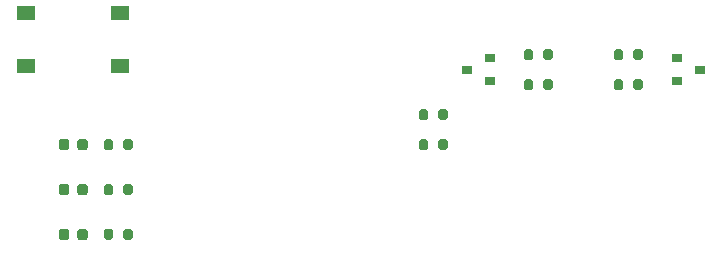
<source format=gbr>
%TF.GenerationSoftware,KiCad,Pcbnew,(5.1.10)-1*%
%TF.CreationDate,2021-10-27T21:18:10-05:00*%
%TF.ProjectId,KVLShield,4b564c53-6869-4656-9c64-2e6b69636164,1.0*%
%TF.SameCoordinates,Original*%
%TF.FileFunction,Paste,Top*%
%TF.FilePolarity,Positive*%
%FSLAX46Y46*%
G04 Gerber Fmt 4.6, Leading zero omitted, Abs format (unit mm)*
G04 Created by KiCad (PCBNEW (5.1.10)-1) date 2021-10-27 21:18:10*
%MOMM*%
%LPD*%
G01*
G04 APERTURE LIST*
%ADD10R,1.550000X1.300000*%
%ADD11R,0.900000X0.800000*%
G04 APERTURE END LIST*
D10*
%TO.C,SW1*%
X121323000Y-80355000D03*
X113373000Y-80355000D03*
X121323000Y-75855000D03*
X113373000Y-75855000D03*
%TD*%
%TO.C,R9*%
G36*
G01*
X120733000Y-94300000D02*
X120733000Y-94850000D01*
G75*
G02*
X120533000Y-95050000I-200000J0D01*
G01*
X120133000Y-95050000D01*
G75*
G02*
X119933000Y-94850000I0J200000D01*
G01*
X119933000Y-94300000D01*
G75*
G02*
X120133000Y-94100000I200000J0D01*
G01*
X120533000Y-94100000D01*
G75*
G02*
X120733000Y-94300000I0J-200000D01*
G01*
G37*
G36*
G01*
X122383000Y-94300000D02*
X122383000Y-94850000D01*
G75*
G02*
X122183000Y-95050000I-200000J0D01*
G01*
X121783000Y-95050000D01*
G75*
G02*
X121583000Y-94850000I0J200000D01*
G01*
X121583000Y-94300000D01*
G75*
G02*
X121783000Y-94100000I200000J0D01*
G01*
X122183000Y-94100000D01*
G75*
G02*
X122383000Y-94300000I0J-200000D01*
G01*
G37*
%TD*%
%TO.C,D5*%
G36*
G01*
X117698000Y-94871250D02*
X117698000Y-94358750D01*
G75*
G02*
X117916750Y-94140000I218750J0D01*
G01*
X118354250Y-94140000D01*
G75*
G02*
X118573000Y-94358750I0J-218750D01*
G01*
X118573000Y-94871250D01*
G75*
G02*
X118354250Y-95090000I-218750J0D01*
G01*
X117916750Y-95090000D01*
G75*
G02*
X117698000Y-94871250I0J218750D01*
G01*
G37*
G36*
G01*
X116123000Y-94871250D02*
X116123000Y-94358750D01*
G75*
G02*
X116341750Y-94140000I218750J0D01*
G01*
X116779250Y-94140000D01*
G75*
G02*
X116998000Y-94358750I0J-218750D01*
G01*
X116998000Y-94871250D01*
G75*
G02*
X116779250Y-95090000I-218750J0D01*
G01*
X116341750Y-95090000D01*
G75*
G02*
X116123000Y-94871250I0J218750D01*
G01*
G37*
%TD*%
%TO.C,D4*%
G36*
G01*
X117698000Y-91061250D02*
X117698000Y-90548750D01*
G75*
G02*
X117916750Y-90330000I218750J0D01*
G01*
X118354250Y-90330000D01*
G75*
G02*
X118573000Y-90548750I0J-218750D01*
G01*
X118573000Y-91061250D01*
G75*
G02*
X118354250Y-91280000I-218750J0D01*
G01*
X117916750Y-91280000D01*
G75*
G02*
X117698000Y-91061250I0J218750D01*
G01*
G37*
G36*
G01*
X116123000Y-91061250D02*
X116123000Y-90548750D01*
G75*
G02*
X116341750Y-90330000I218750J0D01*
G01*
X116779250Y-90330000D01*
G75*
G02*
X116998000Y-90548750I0J-218750D01*
G01*
X116998000Y-91061250D01*
G75*
G02*
X116779250Y-91280000I-218750J0D01*
G01*
X116341750Y-91280000D01*
G75*
G02*
X116123000Y-91061250I0J218750D01*
G01*
G37*
%TD*%
%TO.C,D3*%
G36*
G01*
X117698000Y-87251250D02*
X117698000Y-86738750D01*
G75*
G02*
X117916750Y-86520000I218750J0D01*
G01*
X118354250Y-86520000D01*
G75*
G02*
X118573000Y-86738750I0J-218750D01*
G01*
X118573000Y-87251250D01*
G75*
G02*
X118354250Y-87470000I-218750J0D01*
G01*
X117916750Y-87470000D01*
G75*
G02*
X117698000Y-87251250I0J218750D01*
G01*
G37*
G36*
G01*
X116123000Y-87251250D02*
X116123000Y-86738750D01*
G75*
G02*
X116341750Y-86520000I218750J0D01*
G01*
X116779250Y-86520000D01*
G75*
G02*
X116998000Y-86738750I0J-218750D01*
G01*
X116998000Y-87251250D01*
G75*
G02*
X116779250Y-87470000I-218750J0D01*
G01*
X116341750Y-87470000D01*
G75*
G02*
X116123000Y-87251250I0J218750D01*
G01*
G37*
%TD*%
D11*
%TO.C,Q2*%
X170418000Y-80645000D03*
X168418000Y-81595000D03*
X168418000Y-79695000D03*
%TD*%
%TO.C,Q1*%
X150638000Y-80645000D03*
X152638000Y-79695000D03*
X152638000Y-81595000D03*
%TD*%
%TO.C,R8*%
G36*
G01*
X120733000Y-90530000D02*
X120733000Y-91080000D01*
G75*
G02*
X120533000Y-91280000I-200000J0D01*
G01*
X120133000Y-91280000D01*
G75*
G02*
X119933000Y-91080000I0J200000D01*
G01*
X119933000Y-90530000D01*
G75*
G02*
X120133000Y-90330000I200000J0D01*
G01*
X120533000Y-90330000D01*
G75*
G02*
X120733000Y-90530000I0J-200000D01*
G01*
G37*
G36*
G01*
X122383000Y-90530000D02*
X122383000Y-91080000D01*
G75*
G02*
X122183000Y-91280000I-200000J0D01*
G01*
X121783000Y-91280000D01*
G75*
G02*
X121583000Y-91080000I0J200000D01*
G01*
X121583000Y-90530000D01*
G75*
G02*
X121783000Y-90330000I200000J0D01*
G01*
X122183000Y-90330000D01*
G75*
G02*
X122383000Y-90530000I0J-200000D01*
G01*
G37*
%TD*%
%TO.C,R7*%
G36*
G01*
X120733000Y-86720000D02*
X120733000Y-87270000D01*
G75*
G02*
X120533000Y-87470000I-200000J0D01*
G01*
X120133000Y-87470000D01*
G75*
G02*
X119933000Y-87270000I0J200000D01*
G01*
X119933000Y-86720000D01*
G75*
G02*
X120133000Y-86520000I200000J0D01*
G01*
X120533000Y-86520000D01*
G75*
G02*
X120733000Y-86720000I0J-200000D01*
G01*
G37*
G36*
G01*
X122383000Y-86720000D02*
X122383000Y-87270000D01*
G75*
G02*
X122183000Y-87470000I-200000J0D01*
G01*
X121783000Y-87470000D01*
G75*
G02*
X121583000Y-87270000I0J200000D01*
G01*
X121583000Y-86720000D01*
G75*
G02*
X121783000Y-86520000I200000J0D01*
G01*
X122183000Y-86520000D01*
G75*
G02*
X122383000Y-86720000I0J-200000D01*
G01*
G37*
%TD*%
%TO.C,R6*%
G36*
G01*
X164763000Y-79650000D02*
X164763000Y-79100000D01*
G75*
G02*
X164963000Y-78900000I200000J0D01*
G01*
X165363000Y-78900000D01*
G75*
G02*
X165563000Y-79100000I0J-200000D01*
G01*
X165563000Y-79650000D01*
G75*
G02*
X165363000Y-79850000I-200000J0D01*
G01*
X164963000Y-79850000D01*
G75*
G02*
X164763000Y-79650000I0J200000D01*
G01*
G37*
G36*
G01*
X163113000Y-79650000D02*
X163113000Y-79100000D01*
G75*
G02*
X163313000Y-78900000I200000J0D01*
G01*
X163713000Y-78900000D01*
G75*
G02*
X163913000Y-79100000I0J-200000D01*
G01*
X163913000Y-79650000D01*
G75*
G02*
X163713000Y-79850000I-200000J0D01*
G01*
X163313000Y-79850000D01*
G75*
G02*
X163113000Y-79650000I0J200000D01*
G01*
G37*
%TD*%
%TO.C,R5*%
G36*
G01*
X147403000Y-86720000D02*
X147403000Y-87270000D01*
G75*
G02*
X147203000Y-87470000I-200000J0D01*
G01*
X146803000Y-87470000D01*
G75*
G02*
X146603000Y-87270000I0J200000D01*
G01*
X146603000Y-86720000D01*
G75*
G02*
X146803000Y-86520000I200000J0D01*
G01*
X147203000Y-86520000D01*
G75*
G02*
X147403000Y-86720000I0J-200000D01*
G01*
G37*
G36*
G01*
X149053000Y-86720000D02*
X149053000Y-87270000D01*
G75*
G02*
X148853000Y-87470000I-200000J0D01*
G01*
X148453000Y-87470000D01*
G75*
G02*
X148253000Y-87270000I0J200000D01*
G01*
X148253000Y-86720000D01*
G75*
G02*
X148453000Y-86520000I200000J0D01*
G01*
X148853000Y-86520000D01*
G75*
G02*
X149053000Y-86720000I0J-200000D01*
G01*
G37*
%TD*%
%TO.C,R4*%
G36*
G01*
X164763000Y-82190000D02*
X164763000Y-81640000D01*
G75*
G02*
X164963000Y-81440000I200000J0D01*
G01*
X165363000Y-81440000D01*
G75*
G02*
X165563000Y-81640000I0J-200000D01*
G01*
X165563000Y-82190000D01*
G75*
G02*
X165363000Y-82390000I-200000J0D01*
G01*
X164963000Y-82390000D01*
G75*
G02*
X164763000Y-82190000I0J200000D01*
G01*
G37*
G36*
G01*
X163113000Y-82190000D02*
X163113000Y-81640000D01*
G75*
G02*
X163313000Y-81440000I200000J0D01*
G01*
X163713000Y-81440000D01*
G75*
G02*
X163913000Y-81640000I0J-200000D01*
G01*
X163913000Y-82190000D01*
G75*
G02*
X163713000Y-82390000I-200000J0D01*
G01*
X163313000Y-82390000D01*
G75*
G02*
X163113000Y-82190000I0J200000D01*
G01*
G37*
%TD*%
%TO.C,R3*%
G36*
G01*
X156293000Y-81640000D02*
X156293000Y-82190000D01*
G75*
G02*
X156093000Y-82390000I-200000J0D01*
G01*
X155693000Y-82390000D01*
G75*
G02*
X155493000Y-82190000I0J200000D01*
G01*
X155493000Y-81640000D01*
G75*
G02*
X155693000Y-81440000I200000J0D01*
G01*
X156093000Y-81440000D01*
G75*
G02*
X156293000Y-81640000I0J-200000D01*
G01*
G37*
G36*
G01*
X157943000Y-81640000D02*
X157943000Y-82190000D01*
G75*
G02*
X157743000Y-82390000I-200000J0D01*
G01*
X157343000Y-82390000D01*
G75*
G02*
X157143000Y-82190000I0J200000D01*
G01*
X157143000Y-81640000D01*
G75*
G02*
X157343000Y-81440000I200000J0D01*
G01*
X157743000Y-81440000D01*
G75*
G02*
X157943000Y-81640000I0J-200000D01*
G01*
G37*
%TD*%
%TO.C,R2*%
G36*
G01*
X147403000Y-84180000D02*
X147403000Y-84730000D01*
G75*
G02*
X147203000Y-84930000I-200000J0D01*
G01*
X146803000Y-84930000D01*
G75*
G02*
X146603000Y-84730000I0J200000D01*
G01*
X146603000Y-84180000D01*
G75*
G02*
X146803000Y-83980000I200000J0D01*
G01*
X147203000Y-83980000D01*
G75*
G02*
X147403000Y-84180000I0J-200000D01*
G01*
G37*
G36*
G01*
X149053000Y-84180000D02*
X149053000Y-84730000D01*
G75*
G02*
X148853000Y-84930000I-200000J0D01*
G01*
X148453000Y-84930000D01*
G75*
G02*
X148253000Y-84730000I0J200000D01*
G01*
X148253000Y-84180000D01*
G75*
G02*
X148453000Y-83980000I200000J0D01*
G01*
X148853000Y-83980000D01*
G75*
G02*
X149053000Y-84180000I0J-200000D01*
G01*
G37*
%TD*%
%TO.C,R1*%
G36*
G01*
X156293000Y-79100000D02*
X156293000Y-79650000D01*
G75*
G02*
X156093000Y-79850000I-200000J0D01*
G01*
X155693000Y-79850000D01*
G75*
G02*
X155493000Y-79650000I0J200000D01*
G01*
X155493000Y-79100000D01*
G75*
G02*
X155693000Y-78900000I200000J0D01*
G01*
X156093000Y-78900000D01*
G75*
G02*
X156293000Y-79100000I0J-200000D01*
G01*
G37*
G36*
G01*
X157943000Y-79100000D02*
X157943000Y-79650000D01*
G75*
G02*
X157743000Y-79850000I-200000J0D01*
G01*
X157343000Y-79850000D01*
G75*
G02*
X157143000Y-79650000I0J200000D01*
G01*
X157143000Y-79100000D01*
G75*
G02*
X157343000Y-78900000I200000J0D01*
G01*
X157743000Y-78900000D01*
G75*
G02*
X157943000Y-79100000I0J-200000D01*
G01*
G37*
%TD*%
M02*

</source>
